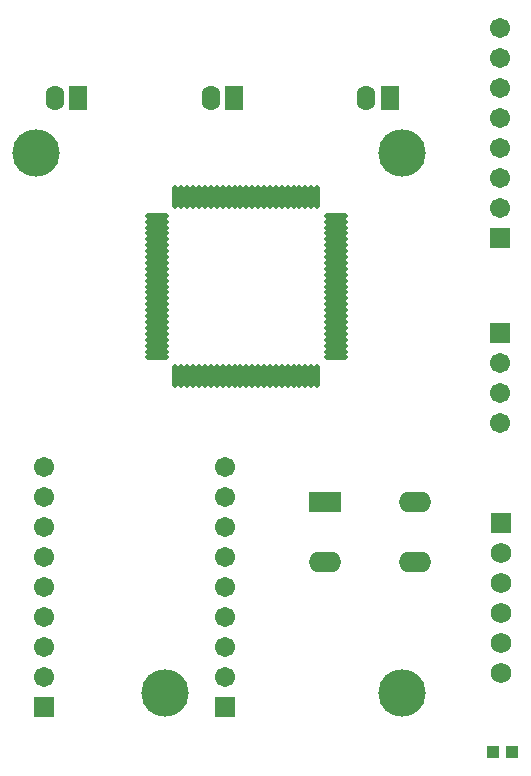
<source format=gts>
G04*
G04 #@! TF.GenerationSoftware,Altium Limited,Altium Designer,18.1.6 (161)*
G04*
G04 Layer_Color=8388736*
%FSLAX25Y25*%
%MOIN*%
G70*
G01*
G75*
%ADD35R,0.03950X0.03950*%
%ADD36O,0.07887X0.01981*%
%ADD37O,0.01981X0.07887*%
%ADD38C,0.06800*%
%ADD39R,0.06800X0.06800*%
%ADD40R,0.06706X0.06706*%
%ADD41C,0.06706*%
%ADD42C,0.15800*%
%ADD43R,0.06300X0.08300*%
%ADD44O,0.06300X0.08300*%
%ADD45R,0.10800X0.06800*%
%ADD46O,0.10800X0.06800*%
D35*
X170102Y11500D02*
D03*
X176598D02*
D03*
D36*
X58276Y190122D02*
D03*
Y188154D02*
D03*
Y186185D02*
D03*
Y184217D02*
D03*
Y182248D02*
D03*
Y180280D02*
D03*
Y178311D02*
D03*
Y176343D02*
D03*
Y174374D02*
D03*
Y172406D02*
D03*
Y170437D02*
D03*
Y168469D02*
D03*
Y166500D02*
D03*
Y164532D02*
D03*
Y162563D02*
D03*
Y160594D02*
D03*
Y158626D02*
D03*
Y156657D02*
D03*
Y154689D02*
D03*
Y152720D02*
D03*
Y150752D02*
D03*
Y148783D02*
D03*
Y146815D02*
D03*
Y144846D02*
D03*
Y142878D02*
D03*
X117724D02*
D03*
Y144846D02*
D03*
Y146815D02*
D03*
Y148783D02*
D03*
Y150752D02*
D03*
Y152720D02*
D03*
Y154689D02*
D03*
Y156657D02*
D03*
Y158626D02*
D03*
Y160594D02*
D03*
Y162563D02*
D03*
Y164532D02*
D03*
Y166500D02*
D03*
Y168469D02*
D03*
Y170437D02*
D03*
Y172406D02*
D03*
Y174374D02*
D03*
Y176343D02*
D03*
Y178311D02*
D03*
Y180280D02*
D03*
Y182248D02*
D03*
Y184217D02*
D03*
Y186185D02*
D03*
Y188154D02*
D03*
Y190122D02*
D03*
D37*
X64378Y136776D02*
D03*
X66346D02*
D03*
X68315D02*
D03*
X70283D02*
D03*
X72252D02*
D03*
X74220D02*
D03*
X76189D02*
D03*
X78157D02*
D03*
X80126D02*
D03*
X82094D02*
D03*
X84063D02*
D03*
X86032D02*
D03*
X88000D02*
D03*
X89969D02*
D03*
X91937D02*
D03*
X93906D02*
D03*
X95874D02*
D03*
X97843D02*
D03*
X99811D02*
D03*
X101780D02*
D03*
X103748D02*
D03*
X105717D02*
D03*
X107685D02*
D03*
X109654D02*
D03*
X111622D02*
D03*
Y196224D02*
D03*
X109654D02*
D03*
X107685D02*
D03*
X105717D02*
D03*
X103748D02*
D03*
X101780D02*
D03*
X99811D02*
D03*
X97843D02*
D03*
X95874D02*
D03*
X93906D02*
D03*
X91937D02*
D03*
X89969D02*
D03*
X88000D02*
D03*
X86032D02*
D03*
X84063D02*
D03*
X82094D02*
D03*
X80126D02*
D03*
X78157D02*
D03*
X76189D02*
D03*
X74220D02*
D03*
X72252D02*
D03*
X70283D02*
D03*
X68315D02*
D03*
X66346D02*
D03*
X64378D02*
D03*
D38*
X173000Y37650D02*
D03*
Y47650D02*
D03*
Y57650D02*
D03*
Y67650D02*
D03*
Y77650D02*
D03*
D39*
Y87650D02*
D03*
D40*
X172701Y151000D02*
D03*
Y182650D02*
D03*
X20500Y26500D02*
D03*
X80800D02*
D03*
D41*
X172701Y141000D02*
D03*
Y131000D02*
D03*
Y121000D02*
D03*
Y192650D02*
D03*
Y202650D02*
D03*
Y212650D02*
D03*
Y222650D02*
D03*
Y232650D02*
D03*
Y242650D02*
D03*
Y252650D02*
D03*
X20500Y46500D02*
D03*
Y56500D02*
D03*
Y66500D02*
D03*
Y76500D02*
D03*
Y86500D02*
D03*
Y96500D02*
D03*
Y106500D02*
D03*
Y36500D02*
D03*
X80800Y46500D02*
D03*
Y56500D02*
D03*
Y66500D02*
D03*
Y76500D02*
D03*
Y86500D02*
D03*
Y96500D02*
D03*
Y106500D02*
D03*
Y36500D02*
D03*
D42*
X18000Y211000D02*
D03*
X140000D02*
D03*
Y30938D02*
D03*
X61000D02*
D03*
D43*
X32000Y229500D02*
D03*
X83937D02*
D03*
X135874D02*
D03*
D44*
X24126D02*
D03*
X76063D02*
D03*
X128000D02*
D03*
D45*
X114217Y94807D02*
D03*
D46*
X144217D02*
D03*
Y74807D02*
D03*
X114217D02*
D03*
M02*

</source>
